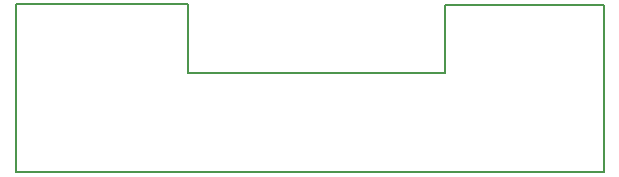
<source format=gbr>
G04 EasyPC Gerber Version 21.0.3 Build 4286 *
G04 #@! TF.Part,Single*
%FSLAX35Y35*%
%MOMM*%
%ADD28C,0.12700*%
X0Y0D02*
D02*
D28*
X333370Y1789140D02*
X1795870D01*
Y1209140*
X3965870*
Y1786640*
X5315870*
Y369140*
X333370*
Y1789140*
X0Y0D02*
M02*

</source>
